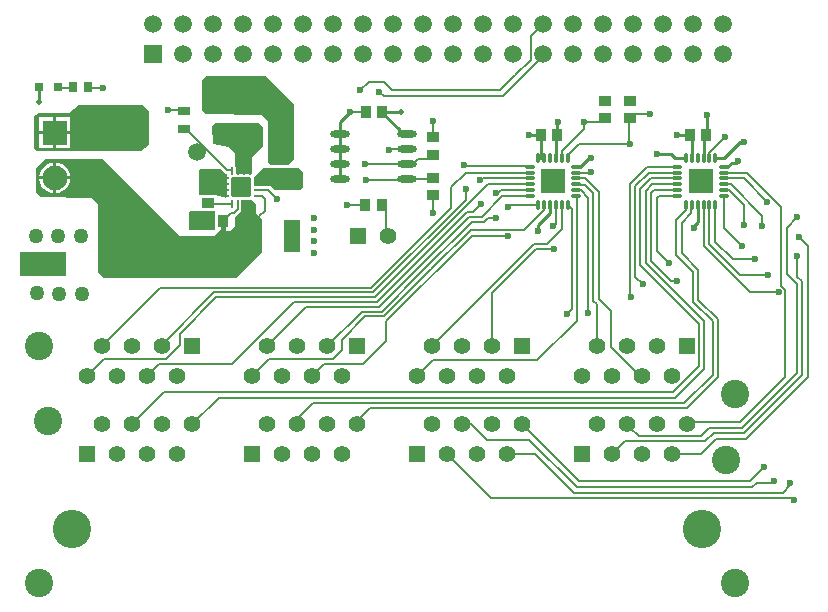
<source format=gtl>
G04*
G04 #@! TF.GenerationSoftware,Altium Limited,Altium Designer,19.1.8 (144)*
G04*
G04 Layer_Physical_Order=1*
G04 Layer_Color=255*
%FSLAX25Y25*%
%MOIN*%
G70*
G01*
G75*
%ADD12C,0.00787*%
%ADD14C,0.01000*%
%ADD24C,0.03937*%
%ADD25C,0.05906*%
%ADD28R,0.04134X0.03543*%
%ADD29R,0.03543X0.03937*%
%ADD30R,0.15748X0.07874*%
%ADD31R,0.05315X0.11024*%
%ADD32R,0.03937X0.03150*%
%ADD33R,0.02756X0.03347*%
G04:AMPARAMS|DCode=34|XSize=9.84mil|YSize=23.62mil|CornerRadius=1.97mil|HoleSize=0mil|Usage=FLASHONLY|Rotation=0.000|XOffset=0mil|YOffset=0mil|HoleType=Round|Shape=RoundedRectangle|*
%AMROUNDEDRECTD34*
21,1,0.00984,0.01968,0,0,0.0*
21,1,0.00591,0.02362,0,0,0.0*
1,1,0.00394,0.00295,-0.00984*
1,1,0.00394,-0.00295,-0.00984*
1,1,0.00394,-0.00295,0.00984*
1,1,0.00394,0.00295,0.00984*
%
%ADD34ROUNDEDRECTD34*%
G04:AMPARAMS|DCode=35|XSize=9.84mil|YSize=23.62mil|CornerRadius=1.97mil|HoleSize=0mil|Usage=FLASHONLY|Rotation=270.000|XOffset=0mil|YOffset=0mil|HoleType=Round|Shape=RoundedRectangle|*
%AMROUNDEDRECTD35*
21,1,0.00984,0.01968,0,0,270.0*
21,1,0.00591,0.02362,0,0,270.0*
1,1,0.00394,-0.00984,-0.00295*
1,1,0.00394,-0.00984,0.00295*
1,1,0.00394,0.00984,0.00295*
1,1,0.00394,0.00984,-0.00295*
%
%ADD35ROUNDEDRECTD35*%
%ADD36R,0.03937X0.03543*%
%ADD37R,0.06102X0.05709*%
%ADD38R,0.13386X0.03858*%
%ADD39R,0.03150X0.03150*%
%ADD40R,0.03543X0.04134*%
%ADD41O,0.06496X0.02362*%
%ADD73R,0.08268X0.08268*%
%ADD74O,0.01102X0.03347*%
%ADD75O,0.03347X0.01102*%
G04:AMPARAMS|DCode=76|XSize=66.93mil|YSize=66.93mil|CornerRadius=2.01mil|HoleSize=0mil|Usage=FLASHONLY|Rotation=270.000|XOffset=0mil|YOffset=0mil|HoleType=Round|Shape=RoundedRectangle|*
%AMROUNDEDRECTD76*
21,1,0.06693,0.06291,0,0,270.0*
21,1,0.06291,0.06693,0,0,270.0*
1,1,0.00402,-0.03146,-0.03146*
1,1,0.00402,-0.03146,0.03146*
1,1,0.00402,0.03146,0.03146*
1,1,0.00402,0.03146,-0.03146*
%
%ADD76ROUNDEDRECTD76*%
%ADD77C,0.00800*%
%ADD78C,0.00700*%
%ADD79C,0.01200*%
%ADD80C,0.00669*%
%ADD81R,0.08268X0.08268*%
%ADD82C,0.08268*%
%ADD83C,0.05512*%
%ADD84R,0.05512X0.05512*%
%ADD85C,0.09449*%
%ADD86C,0.12795*%
%ADD87R,0.05906X0.05906*%
%ADD88C,0.02362*%
%ADD89C,0.01968*%
%ADD90C,0.05000*%
G36*
X47244Y182677D02*
X47244Y171260D01*
X44619Y169291D01*
X21654Y169291D01*
X9843Y169291D01*
X9055Y170079D01*
X9055Y180971D01*
X10433Y181890D01*
X20472D01*
X23804Y184555D01*
X45366D01*
X47244Y182677D01*
D02*
G37*
G36*
X95669Y184705D02*
Y166595D01*
X93701Y164626D01*
X87795Y164626D01*
X87008Y165413D01*
X87008Y179193D01*
X85039Y181161D01*
X66142Y181555D01*
X64764Y182933D01*
X64961Y192972D01*
X66142Y194153D01*
X86221D01*
X95669Y184705D01*
D02*
G37*
G36*
X85236Y177028D02*
Y170728D01*
X81496Y166988D01*
Y161476D01*
X76460D01*
X76299Y161673D01*
Y163642D01*
X76222Y164026D01*
X76005Y164351D01*
X75984Y164365D01*
Y168563D01*
X74016Y170531D01*
X68522Y171630D01*
X68307Y177421D01*
X69291Y178405D01*
X83858D01*
X85236Y177028D01*
D02*
G37*
G36*
X98425Y162264D02*
Y157146D01*
X97638Y156358D01*
X89114D01*
X88455Y157017D01*
X88062Y157280D01*
X87598Y157372D01*
X87598Y157372D01*
X86782D01*
X86614Y157539D01*
X82284D01*
X82284Y160354D01*
X85374Y163445D01*
X97244Y163445D01*
X98425Y162264D01*
D02*
G37*
G36*
X71319Y163051D02*
X72452Y161919D01*
X72452Y161919D01*
X72844Y161656D01*
X73099Y161606D01*
X73228Y161476D01*
Y154390D01*
X73032Y154193D01*
X70079D01*
X69882Y154390D01*
X64198D01*
X63779Y154808D01*
X63779Y162657D01*
X64173Y163051D01*
X71319Y163051D01*
D02*
G37*
G36*
X69291Y148878D02*
Y142776D01*
X60630Y142776D01*
X60630Y148681D01*
X61024Y149075D01*
X69095D01*
X69291Y148878D01*
D02*
G37*
G36*
X55512Y142972D02*
X57480Y141004D01*
X69291Y141004D01*
X71358Y143071D01*
Y144941D01*
X72835D01*
Y142972D01*
X73228Y142579D01*
X74409D01*
X75984Y144153D01*
X75984Y147303D01*
X77953Y149272D01*
Y152815D01*
X81496D01*
X83031Y151279D01*
Y148524D01*
X85039Y146516D01*
Y135492D01*
X76378Y126831D01*
X66142Y126831D01*
X32224Y126831D01*
X30315Y128740D01*
Y135492D01*
X30315Y151618D01*
X28272Y153549D01*
X11057Y153904D01*
X9449Y155512D01*
Y163577D01*
X12816Y166535D01*
X31949Y166535D01*
X55512Y142972D01*
D02*
G37*
%LPC*%
G36*
X20882Y180370D02*
X16248D01*
Y175736D01*
X20882D01*
Y180370D01*
D02*
G37*
G36*
X15248D02*
X10614D01*
Y175736D01*
X15248D01*
Y180370D01*
D02*
G37*
G36*
X20882Y174736D02*
X16248D01*
Y170102D01*
X20882D01*
Y174736D01*
D02*
G37*
G36*
X15248D02*
X10614D01*
Y170102D01*
X15248D01*
Y174736D01*
D02*
G37*
G36*
X16248Y165348D02*
Y160736D01*
X20860D01*
X20750Y161576D01*
X20232Y162825D01*
X19410Y163898D01*
X18337Y164721D01*
X17088Y165238D01*
X16248Y165348D01*
D02*
G37*
G36*
X15248D02*
X14408Y165238D01*
X13159Y164721D01*
X12087Y163898D01*
X11264Y162825D01*
X10746Y161576D01*
X10636Y160736D01*
X15248D01*
Y165348D01*
D02*
G37*
G36*
X20860Y159736D02*
X16248D01*
Y155124D01*
X17088Y155234D01*
X18337Y155752D01*
X19410Y156575D01*
X20232Y157647D01*
X20750Y158896D01*
X20860Y159736D01*
D02*
G37*
G36*
X15248D02*
X10636D01*
X10746Y158896D01*
X11264Y157647D01*
X12087Y156575D01*
X13159Y155752D01*
X14408Y155234D01*
X15248Y155124D01*
Y159736D01*
D02*
G37*
%LPD*%
D12*
X207717Y76890D02*
Y78110D01*
X193701Y115354D02*
Y153679D01*
X196457Y105709D02*
Y118110D01*
X195288Y119279D02*
X196457Y118110D01*
X195288Y119279D02*
Y154337D01*
X236221Y73228D02*
X246166D01*
X231102Y68110D02*
X236221Y73228D01*
X221496Y68110D02*
X231102D01*
X245575Y75165D02*
X264992Y94582D01*
X235402Y75165D02*
X245575D01*
X244835Y76953D02*
X263205Y95323D01*
X234039Y76953D02*
X244835D01*
X126378Y112598D02*
X154724Y140945D01*
X126378Y105905D02*
Y112598D01*
X118670Y98198D02*
X126378Y105905D01*
X154724Y140945D02*
X166929D01*
X125515Y114098D02*
X127902Y116485D01*
X119308Y114098D02*
X125515D01*
X127902Y116485D02*
X141206Y129788D01*
X154443Y143026D02*
X172296D01*
X141206Y129788D02*
X154443Y143026D01*
X154724Y145669D02*
X159055D01*
X138043Y128988D02*
X154724Y145669D01*
X124740Y115685D02*
X138043Y128988D01*
X118087Y115685D02*
X124740D01*
X152756Y152798D02*
Y156693D01*
X121993Y122035D02*
X152756Y152798D01*
X122650Y120447D02*
X160274Y158071D01*
X174114D01*
X123308Y118860D02*
X153292Y148844D01*
X155143D01*
X148031Y150318D02*
Y157087D01*
X121335Y123622D02*
X148031Y150318D01*
X51024Y123622D02*
X121335D01*
X69002Y122035D02*
X121993D01*
X69660Y120447D02*
X122650D01*
X95685Y118860D02*
X123308D01*
X123965Y117272D02*
X124803Y118110D01*
X99674Y117272D02*
X123965D01*
X124803Y118110D02*
X138031Y131338D01*
X86496Y104095D02*
X99674Y117272D01*
X106496Y104095D02*
X118087Y115685D01*
X111417Y106207D02*
X119308Y114098D01*
X31496Y104095D02*
X51024Y123622D01*
X51496Y104528D02*
X69002Y122035D01*
X57553Y108340D02*
X69660Y120447D01*
X57553Y104575D02*
Y108340D01*
X75023Y98198D02*
X95685Y118860D01*
X153950Y147257D02*
X158163D01*
X138031Y131338D02*
X153950Y147257D01*
X155143Y148844D02*
X157874Y151575D01*
X192685Y160039D02*
X197097Y155628D01*
Y119845D02*
Y155628D01*
X192467Y158013D02*
X195263Y155217D01*
Y154362D02*
Y155217D01*
Y154362D02*
X195288Y154337D01*
X191335Y156044D02*
X193701Y153679D01*
X189723Y158013D02*
X192467D01*
X201206Y103808D02*
Y115736D01*
X197097Y119845D02*
X201206Y115736D01*
X189665Y154134D02*
X189776Y154023D01*
Y112611D02*
Y154023D01*
X186811Y151279D02*
X188189Y149902D01*
Y116535D02*
Y149902D01*
X186614Y114961D02*
X188189Y116535D01*
X176632Y99467D02*
X189776Y112611D01*
X51496Y104095D02*
Y104528D01*
X111417Y102756D02*
Y106207D01*
X108447Y99785D02*
X111417Y102756D01*
X87187Y99785D02*
X108447D01*
X105599Y98198D02*
X118670D01*
X158163Y147257D02*
X165040Y154134D01*
X159055Y145669D02*
X160236Y146850D01*
X162992D01*
X165040Y154134D02*
X174114D01*
X152756Y164173D02*
X174114D01*
X152953Y162008D02*
X174114D01*
X148031Y157087D02*
X152953Y162008D01*
X212842Y131874D02*
X232327Y112390D01*
Y96679D02*
Y112390D01*
X222655Y87008D02*
X232327Y96679D01*
X70394Y87008D02*
X222655D01*
X101496Y94095D02*
X105599Y98198D01*
X172296Y143026D02*
X178879Y149609D01*
X81496Y94095D02*
X87187Y99785D01*
X207874Y120472D02*
Y120841D01*
X207480Y121235D02*
X207874Y120841D01*
X207480Y121235D02*
Y158142D01*
X213314Y163977D01*
X223327D01*
X209268Y127347D02*
Y157402D01*
X213874Y162008D01*
X223327D01*
X201206Y103808D02*
X210919Y94095D01*
X189665Y160039D02*
X192685D01*
X244094Y78740D02*
X259268Y93913D01*
Y122951D01*
X258055Y124163D02*
X259268Y122951D01*
X258055Y124163D02*
Y150541D01*
X246588Y162008D02*
X258055Y150541D01*
X238878Y162008D02*
X246588D01*
X240651Y156083D02*
X245669Y151065D01*
X238897Y156083D02*
X240651D01*
X238878Y156103D02*
X238897Y156083D01*
X50599Y98198D02*
X75023D01*
X46496Y94095D02*
X50599Y98198D01*
X52763Y99785D02*
X57553Y104575D01*
X32187Y99785D02*
X52763D01*
X26496Y94095D02*
X32187Y99785D01*
X162992Y155118D02*
X163415D01*
X164399Y156102D01*
X174114D01*
X178879Y151222D02*
X178937Y151279D01*
X178879Y149609D02*
Y151222D01*
X214433Y160039D02*
X223327D01*
X211055Y156662D02*
X214433Y160039D01*
X211055Y131133D02*
Y156662D01*
Y131133D02*
X230539Y111649D01*
Y97420D02*
Y111649D01*
X221915Y88795D02*
X230539Y97420D01*
X52181Y88795D02*
X221915D01*
X214992Y158071D02*
X223327D01*
X212842Y155921D02*
X214992Y158071D01*
X212842Y131874D02*
Y155921D01*
X61496Y78110D02*
X70394Y87008D01*
X241211Y158051D02*
X251575Y147687D01*
X232087Y137661D02*
X247700Y122047D01*
X232087Y137661D02*
Y151279D01*
X264992Y94582D02*
Y125725D01*
X263386Y127331D02*
X264992Y125725D01*
X263386Y127331D02*
Y134252D01*
X245472Y160039D02*
X253150Y152362D01*
X238878Y160039D02*
X245472D01*
X238897Y158051D02*
X241211D01*
X238878Y158071D02*
X238897Y158051D01*
X226181Y149409D02*
Y151279D01*
X223016Y146244D02*
X226181Y149409D01*
X223016Y134465D02*
Y146244D01*
X224803Y145276D02*
X228020Y148492D01*
X224803Y135205D02*
Y145276D01*
Y135205D02*
X230371Y129637D01*
X228020Y148492D02*
Y151150D01*
X223016Y134465D02*
X228584Y128897D01*
X228020Y151150D02*
X228150Y151279D01*
X230371Y119613D02*
Y129637D01*
X228584Y118873D02*
Y128897D01*
X230371Y119613D02*
X236858Y113126D01*
Y93842D02*
Y113126D01*
X259842Y143701D02*
X263386Y147244D01*
X259842Y128347D02*
Y143701D01*
Y128347D02*
X263205Y124984D01*
X245669Y144488D02*
Y151065D01*
X263205Y95323D02*
Y124984D01*
X251575Y144095D02*
Y147687D01*
X266779Y93842D02*
Y137551D01*
X263779Y140551D02*
X266779Y137551D01*
X210439Y74167D02*
X231254D01*
X207717Y76890D02*
X210439Y74167D01*
X238878Y143405D02*
X244882Y137402D01*
X238878Y143405D02*
Y154134D01*
X244323Y127953D02*
X253543D01*
X234055Y138220D02*
X244323Y127953D01*
X234055Y138220D02*
Y151279D01*
X247700Y122047D02*
X257087D01*
X241732Y133071D02*
X249213D01*
X236024Y138780D02*
X241732Y133071D01*
X236024Y138780D02*
Y151279D01*
X261449Y53512D02*
X262205Y52756D01*
X261024Y57874D02*
Y58661D01*
X258449Y55299D02*
X261024Y57874D01*
X161094Y53512D02*
X261449D01*
X146496Y68110D02*
X161094Y53512D01*
X188795Y55299D02*
X258449D01*
X175984Y68110D02*
X188795Y55299D01*
X248197Y57087D02*
X249772Y58661D01*
X189764Y57087D02*
X248197D01*
X174016Y72835D02*
X189764Y57087D01*
X247638Y59055D02*
X252362Y63779D01*
X190551Y59055D02*
X247638D01*
X171496Y78110D02*
X190551Y59055D01*
X249772Y58661D02*
X254331D01*
X254464Y58794D01*
X255251D01*
X255512Y59055D01*
X252362Y63779D02*
Y63779D01*
X166496Y68110D02*
X175984D01*
X159843Y72835D02*
X174016D01*
X154567Y78110D02*
X159843Y72835D01*
X151496Y78110D02*
X154567D01*
X205827Y72441D02*
X232677D01*
X201496Y68110D02*
X205827Y72441D01*
X227126Y78740D02*
X244094D01*
X226496Y78110D02*
X227126Y78740D01*
X231254Y74167D02*
X234039Y76953D01*
X232677Y72441D02*
X235402Y75165D01*
X246166Y73228D02*
X266779Y93842D01*
X206496Y78110D02*
X207717D01*
X120835Y83433D02*
X226449D01*
X101756Y85220D02*
X225709D01*
X41496Y78110D02*
X52181Y88795D01*
X225709Y85220D02*
X235071Y94582D01*
X96496Y79961D02*
X101756Y85220D01*
X226449Y83433D02*
X236858Y93842D01*
X116496Y79094D02*
X120835Y83433D01*
X228584Y118873D02*
X235071Y112386D01*
X217126Y154134D02*
X223327D01*
X216417Y153425D02*
X217126Y154134D01*
X216417Y135945D02*
Y153425D01*
Y135945D02*
X220472Y131890D01*
X235071Y94582D02*
Y112386D01*
X221260Y125984D02*
X223228D01*
X214630Y132614D02*
X221260Y125984D01*
X214630Y132614D02*
Y155181D01*
X215551Y156103D02*
X223327D01*
X214630Y155181D02*
X215551Y156103D01*
X209268Y127347D02*
X211811Y124803D01*
X116496Y78110D02*
Y79094D01*
X96496Y78110D02*
Y79961D01*
X189723Y156044D02*
X191335D01*
X189665Y158071D02*
X189723Y158013D01*
X157480Y159449D02*
X157903D01*
X158493Y160039D01*
X174114D01*
X141496Y104095D02*
X175603Y138202D01*
X161496Y121850D02*
X176260Y136614D01*
X161496Y104095D02*
Y121850D01*
X176260Y136614D02*
X182283D01*
X175603Y138202D02*
X179934D01*
X184843Y143110D01*
Y151279D01*
X167815D02*
X176969D01*
X166929Y150394D02*
X167815Y151279D01*
X152362Y164567D02*
X152756Y164173D01*
X194882Y105709D02*
X196457D01*
X189665Y156102D02*
X189723Y156044D01*
X194882Y105709D02*
X196496Y104095D01*
X210919Y94095D02*
X211496D01*
X189665Y162008D02*
X194291D01*
X194488Y162205D01*
X141868Y99467D02*
X176632D01*
X136496Y94095D02*
X141868Y99467D01*
X182816Y145021D02*
Y151222D01*
X181890Y144095D02*
X182816Y145021D01*
Y151222D02*
X182874Y151279D01*
X174114Y163976D02*
Y164173D01*
D14*
X180886Y148602D02*
Y151260D01*
X176772Y144488D02*
X180886Y148602D01*
X176772Y142520D02*
Y144488D01*
X222539Y166831D02*
X226181D01*
X216535Y168110D02*
X221260D01*
X222539Y166831D01*
X244094Y172047D02*
X245669D01*
X238878Y166831D02*
X244094Y172047D01*
X233071Y174606D02*
Y181102D01*
X236024Y166831D02*
X238878D01*
X223228Y174409D02*
X227559D01*
X232087Y173622D02*
X233071Y174606D01*
X227559Y174409D02*
X228150Y173819D01*
Y166831D02*
Y173819D01*
X232087Y166831D02*
Y173622D01*
X207185Y180217D02*
X207480D01*
X190787Y163976D02*
X193740Y166929D01*
X194488D01*
X243307Y165354D02*
X243701Y165748D01*
X241406Y165354D02*
X243307D01*
X240028Y163977D02*
X241406Y165354D01*
X238878Y163977D02*
X240028D01*
X228740Y143701D02*
Y144095D01*
X230118Y145473D01*
Y151279D01*
X177953Y166831D02*
Y174311D01*
X174016Y174409D02*
X174016Y174409D01*
X178051D01*
X183366Y178642D02*
X183465Y178740D01*
X183366Y174409D02*
Y178642D01*
X177953Y174311D02*
X178051Y174409D01*
X182874Y173917D02*
X183366Y174409D01*
X182874Y166831D02*
Y173917D01*
X189665Y163976D02*
X190787D01*
X177953Y166831D02*
X178937D01*
X176969D02*
X177953D01*
X180886Y151260D02*
X180906Y151279D01*
X124606Y182303D02*
X130743Y176166D01*
X10532Y185433D02*
Y190650D01*
X110827Y174803D02*
Y178937D01*
X114173Y182283D01*
X131373Y174803D02*
X133071D01*
X130743Y175432D02*
X131373Y174803D01*
X130743Y175432D02*
Y176166D01*
X124823Y182283D02*
X131102D01*
X124803Y182303D02*
X124823Y182283D01*
X124547Y182303D02*
X124606D01*
X10433Y190551D02*
X10532Y190650D01*
X110827Y159803D02*
Y164803D01*
Y169803D01*
Y174803D01*
X72441Y158130D02*
Y160098D01*
Y156161D02*
Y158130D01*
Y154193D02*
Y156161D01*
X10138Y190256D02*
X10433Y190551D01*
D24*
X90945Y183071D02*
D03*
D25*
X63386Y168898D02*
D03*
X48701Y211693D02*
D03*
X58701Y201693D02*
D03*
Y211693D02*
D03*
X68701Y201693D02*
D03*
Y211693D02*
D03*
X78701Y201693D02*
D03*
Y211693D02*
D03*
X88701Y201693D02*
D03*
Y211693D02*
D03*
X98701Y201693D02*
D03*
Y211693D02*
D03*
X108701Y201693D02*
D03*
Y211693D02*
D03*
X118701Y201693D02*
D03*
Y211693D02*
D03*
X128701Y201693D02*
D03*
Y211693D02*
D03*
X138701Y201693D02*
D03*
Y211693D02*
D03*
X148701Y201693D02*
D03*
Y211693D02*
D03*
X158701Y201693D02*
D03*
Y211693D02*
D03*
X168701Y201693D02*
D03*
Y211693D02*
D03*
X178701Y201693D02*
D03*
Y211693D02*
D03*
X188701Y201693D02*
D03*
Y211693D02*
D03*
X198701Y201693D02*
D03*
Y211693D02*
D03*
X238701D02*
D03*
Y201693D02*
D03*
X228701Y211693D02*
D03*
Y201693D02*
D03*
X218701Y211693D02*
D03*
Y201693D02*
D03*
X208701Y211693D02*
D03*
Y201693D02*
D03*
D28*
X141732Y154626D02*
D03*
Y160335D02*
D03*
X199213Y180217D02*
D03*
Y185925D02*
D03*
X207480Y180217D02*
D03*
Y185925D02*
D03*
X141732Y168012D02*
D03*
Y173721D02*
D03*
D29*
X227559Y174409D02*
D03*
X232874D02*
D03*
X178051Y174409D02*
D03*
X183366D02*
D03*
X71949Y145728D02*
D03*
X66634D02*
D03*
X119488Y182303D02*
D03*
X124803D02*
D03*
D30*
X39961Y131555D02*
D03*
X12008D02*
D03*
D31*
X94882Y141004D02*
D03*
X82283D02*
D03*
D32*
X59055Y176634D02*
D03*
Y182539D02*
D03*
D33*
X21949Y190551D02*
D03*
X26870D02*
D03*
D34*
X80906Y162658D02*
D03*
X78937D02*
D03*
X76969D02*
D03*
X75000D02*
D03*
Y151634D02*
D03*
X76969D02*
D03*
X78937D02*
D03*
X80906D02*
D03*
D35*
X72441Y160098D02*
D03*
Y158130D02*
D03*
Y156161D02*
D03*
Y154193D02*
D03*
X83465D02*
D03*
Y156161D02*
D03*
Y158130D02*
D03*
Y160098D02*
D03*
D36*
X66929Y157047D02*
D03*
Y151732D02*
D03*
D37*
X90551Y160886D02*
D03*
Y168366D02*
D03*
D38*
X76772Y184252D02*
D03*
Y174921D02*
D03*
D39*
X10433Y190551D02*
D03*
X16929D02*
D03*
D40*
X124902Y151181D02*
D03*
X119193D02*
D03*
D41*
X110827Y174803D02*
D03*
Y169803D02*
D03*
Y164803D02*
D03*
Y159803D02*
D03*
X133071Y174803D02*
D03*
Y169803D02*
D03*
Y164803D02*
D03*
Y159803D02*
D03*
D73*
X231102Y159055D02*
D03*
X181890D02*
D03*
D74*
X226181Y166831D02*
D03*
X228150D02*
D03*
X230118D02*
D03*
X232087D02*
D03*
X234055D02*
D03*
X236024D02*
D03*
Y151279D02*
D03*
X234055D02*
D03*
X232087D02*
D03*
X230118D02*
D03*
X228150D02*
D03*
X226181D02*
D03*
X176969Y166831D02*
D03*
X178937D02*
D03*
X180906D02*
D03*
X182874D02*
D03*
X184843D02*
D03*
X186811D02*
D03*
Y151279D02*
D03*
X184843D02*
D03*
X182874D02*
D03*
X180906D02*
D03*
X178937D02*
D03*
X176969D02*
D03*
D75*
X238878Y163977D02*
D03*
Y162008D02*
D03*
Y160039D02*
D03*
Y158071D02*
D03*
Y156103D02*
D03*
Y154134D02*
D03*
X223327D02*
D03*
Y156103D02*
D03*
Y158071D02*
D03*
Y160039D02*
D03*
Y162008D02*
D03*
Y163977D02*
D03*
X189665Y163976D02*
D03*
Y162008D02*
D03*
Y160039D02*
D03*
Y158071D02*
D03*
Y156102D02*
D03*
Y154134D02*
D03*
X174114D02*
D03*
Y156102D02*
D03*
Y158071D02*
D03*
Y160039D02*
D03*
Y162008D02*
D03*
Y163976D02*
D03*
D76*
X77953Y157146D02*
D03*
D77*
X86752Y156161D02*
X89764Y153150D01*
X83465Y156161D02*
X86752D01*
X84783Y154193D02*
X85827Y153150D01*
Y149311D02*
Y153150D01*
X84035Y147520D02*
X85827Y149311D01*
X83465Y154193D02*
X84783D01*
X84035Y142756D02*
Y147520D01*
X82283Y141004D02*
X84035Y142756D01*
X197631Y178740D02*
X199108Y180217D01*
X192126Y178740D02*
X197631D01*
X199108Y180217D02*
X199108Y180217D01*
X207185Y171949D02*
Y180217D01*
Y171949D02*
X207480Y171653D01*
X190512D02*
X207480D01*
X186811Y167953D02*
X190512Y171653D01*
X207480Y180217D02*
X208760Y181496D01*
X214173D01*
X192126Y176378D02*
Y178740D01*
X199108Y180217D02*
X199213D01*
X184843Y166831D02*
Y169095D01*
X192126Y176378D01*
X199108Y180217D02*
X199213D01*
X199213Y180217D02*
X199213Y180217D01*
X186811Y166831D02*
Y167953D01*
X234055Y168701D02*
X239370Y174016D01*
X234055Y166831D02*
Y168701D01*
X114173Y182283D02*
X119468D01*
X119488Y182303D01*
X27264Y190158D02*
X31890D01*
X26870Y190551D02*
X27264Y190158D01*
X53543Y182736D02*
X58858D01*
X59055Y182539D01*
X59449Y176634D02*
X73308Y162775D01*
X74908D01*
X75000Y162683D01*
Y162658D02*
Y162683D01*
X59055Y176634D02*
X59449D01*
X66929Y151732D02*
X67028Y151634D01*
X75000D01*
X76969Y149862D02*
Y151634D01*
X75541Y148435D02*
X76969Y149862D01*
X74459Y148435D02*
X75541D01*
X71949Y145925D02*
X74459Y148435D01*
X71949Y145728D02*
Y145925D01*
D78*
X128347Y189370D02*
X164173D01*
X125591Y192126D02*
X128347Y189370D01*
X120472Y192126D02*
X125591D01*
X164173Y189370D02*
X169291Y194488D01*
X117717Y189370D02*
X120472Y192126D01*
X125591Y187402D02*
X165354D01*
X124016Y188976D02*
X125591Y187402D01*
X165354D02*
X178701Y200748D01*
X126323Y141669D02*
Y149759D01*
Y141669D02*
X127047Y140945D01*
X17126Y190354D02*
X21949D01*
X124902Y151181D02*
X126323Y149759D01*
X127165Y169685D02*
X127283Y169803D01*
X133071D01*
X178701Y200748D02*
Y201693D01*
X169291Y194488D02*
X174409Y199606D01*
Y207402D02*
X178346Y211339D01*
X174409Y199606D02*
Y207402D01*
X141220Y159823D02*
X141732Y160335D01*
X133268Y159823D02*
X141220D01*
X140311Y166590D02*
X141732Y168012D01*
X137004Y166590D02*
X140311D01*
X135256Y164843D02*
X137004Y166590D01*
X133268Y164843D02*
X135256D01*
X119193Y164941D02*
X119262Y164872D01*
X133002D01*
X133071Y164803D01*
X119587Y159429D02*
X119774Y159616D01*
X132884D01*
X133071Y159803D01*
X178346Y211339D02*
Y211417D01*
X178622Y211693D01*
X178701D01*
X16929Y190551D02*
X17126Y190354D01*
X21949D02*
Y190551D01*
D79*
X124547Y182303D02*
X124803D01*
D80*
X141732Y148425D02*
Y154626D01*
X113386Y151181D02*
X119193D01*
X141732Y173721D02*
Y179134D01*
X141713Y173740D02*
X141732Y173721D01*
D81*
X15748Y175236D02*
D03*
D82*
Y160236D02*
D03*
D83*
X206496Y78110D02*
D03*
X211496Y68110D02*
D03*
X216496Y78110D02*
D03*
X221496Y68110D02*
D03*
X226496Y78110D02*
D03*
X201496Y68110D02*
D03*
X196496Y78110D02*
D03*
X141496D02*
D03*
X146496Y68110D02*
D03*
X171496Y78110D02*
D03*
X166496Y68110D02*
D03*
X161496Y78110D02*
D03*
X156496Y68110D02*
D03*
X151496Y78110D02*
D03*
X31496D02*
D03*
X36496Y68110D02*
D03*
X61496Y78110D02*
D03*
X56496Y68110D02*
D03*
X51496Y78110D02*
D03*
X46496Y68110D02*
D03*
X41496Y78110D02*
D03*
X46496Y94095D02*
D03*
X41496Y104095D02*
D03*
X36496Y94095D02*
D03*
X31496Y104095D02*
D03*
X26496Y94095D02*
D03*
X51496Y104095D02*
D03*
X56496Y94095D02*
D03*
X156496D02*
D03*
X151496Y104095D02*
D03*
X146496Y94095D02*
D03*
X141496Y104095D02*
D03*
X136496Y94095D02*
D03*
X161496Y104095D02*
D03*
X166496Y94095D02*
D03*
X111496D02*
D03*
X106496Y104095D02*
D03*
X81496Y94095D02*
D03*
X86496Y104095D02*
D03*
X91496Y94095D02*
D03*
X96496Y104095D02*
D03*
X101496Y94095D02*
D03*
X221496D02*
D03*
X216496Y104095D02*
D03*
X191496Y94095D02*
D03*
X196496Y104095D02*
D03*
X201496Y94095D02*
D03*
X206496Y104095D02*
D03*
X211496Y94095D02*
D03*
X96496Y78110D02*
D03*
X101496Y68110D02*
D03*
X106496Y78110D02*
D03*
X111496Y68110D02*
D03*
X116496Y78110D02*
D03*
X91496Y68110D02*
D03*
X86496Y78110D02*
D03*
X127047Y140945D02*
D03*
D84*
X191496Y68110D02*
D03*
X136496D02*
D03*
X26496D02*
D03*
X61496Y104095D02*
D03*
X171496D02*
D03*
X116496D02*
D03*
X226496D02*
D03*
X81496Y68110D02*
D03*
X117047Y140945D02*
D03*
D85*
X242520Y88110D02*
D03*
X10472Y104134D02*
D03*
X239528Y66142D02*
D03*
X13465Y79134D02*
D03*
X10472Y25118D02*
D03*
X242520D02*
D03*
D86*
X21496Y43110D02*
D03*
X231496D02*
D03*
D87*
X48701Y201693D02*
D03*
D88*
X89764Y153150D02*
D03*
X193701Y115354D02*
D03*
X176772Y142520D02*
D03*
X207480Y171653D02*
D03*
X214173Y181496D02*
D03*
X192126Y178740D02*
D03*
X245669Y172047D02*
D03*
X216535Y168110D02*
D03*
X233071Y181102D02*
D03*
X223228Y174409D02*
D03*
X239370Y174016D02*
D03*
X117717Y189370D02*
D03*
X124016Y188976D02*
D03*
X194488Y166929D02*
D03*
X243701Y165748D02*
D03*
X228740Y143701D02*
D03*
X253150Y152362D02*
D03*
X263386Y147244D02*
D03*
X251575Y144095D02*
D03*
X263779Y140551D02*
D03*
X263386Y134252D02*
D03*
X245669Y144488D02*
D03*
X244882Y137402D02*
D03*
X249213Y133071D02*
D03*
X253543Y127953D02*
D03*
X257087Y122047D02*
D03*
X262205Y52756D02*
D03*
X261024Y58661D02*
D03*
X255512Y59055D02*
D03*
X252362Y63779D02*
D03*
X220472Y131890D02*
D03*
X223228Y125984D02*
D03*
X211811Y124803D02*
D03*
X207874Y120472D02*
D03*
X174016Y174409D02*
D03*
X183465Y178740D02*
D03*
X152362Y164567D02*
D03*
X186614Y114961D02*
D03*
X194488Y162205D02*
D03*
X182283Y136614D02*
D03*
X181890Y144095D02*
D03*
X166929Y150394D02*
D03*
Y140945D02*
D03*
X162992Y155118D02*
D03*
Y146850D02*
D03*
X157874Y151575D02*
D03*
X152756Y156693D02*
D03*
X157480Y159449D02*
D03*
X113386Y151181D02*
D03*
X141732Y148425D02*
D03*
X127165Y169685D02*
D03*
X119587Y159429D02*
D03*
X119193Y164941D02*
D03*
X141732Y179134D02*
D03*
X31890Y190158D02*
D03*
X114173Y182283D02*
D03*
X102362Y135098D02*
D03*
Y139035D02*
D03*
Y142972D02*
D03*
Y146909D02*
D03*
X53543Y182736D02*
D03*
X70079Y190610D02*
D03*
X74409D02*
D03*
X78740D02*
D03*
X83071D02*
D03*
X91339Y174862D02*
D03*
D89*
X131102Y182283D02*
D03*
X10532Y185433D02*
D03*
X96063Y158327D02*
D03*
Y161476D02*
D03*
X62598Y147697D02*
D03*
Y144547D02*
D03*
X65354Y161476D02*
D03*
X68504D02*
D03*
X234055Y156103D02*
D03*
X231102D02*
D03*
X228150D02*
D03*
X234055Y159055D02*
D03*
X231102D02*
D03*
X228150D02*
D03*
X234055Y162008D02*
D03*
X231102D02*
D03*
X228150D02*
D03*
X184843Y156102D02*
D03*
X181890D02*
D03*
X178937D02*
D03*
X184843Y159055D02*
D03*
X181890D02*
D03*
X178937D02*
D03*
X184843Y162008D02*
D03*
X181890D02*
D03*
X178937D02*
D03*
X77953Y157146D02*
D03*
X75984Y155177D02*
D03*
X79921D02*
D03*
Y159114D02*
D03*
X75984D02*
D03*
D90*
X24803Y121654D02*
D03*
X17323D02*
D03*
X24409Y140945D02*
D03*
X16929D02*
D03*
X42126Y173622D02*
D03*
Y181102D02*
D03*
X34646Y173622D02*
D03*
Y181102D02*
D03*
X27165Y173622D02*
D03*
Y181102D02*
D03*
X9449Y141004D02*
D03*
X9843Y121713D02*
D03*
M02*

</source>
